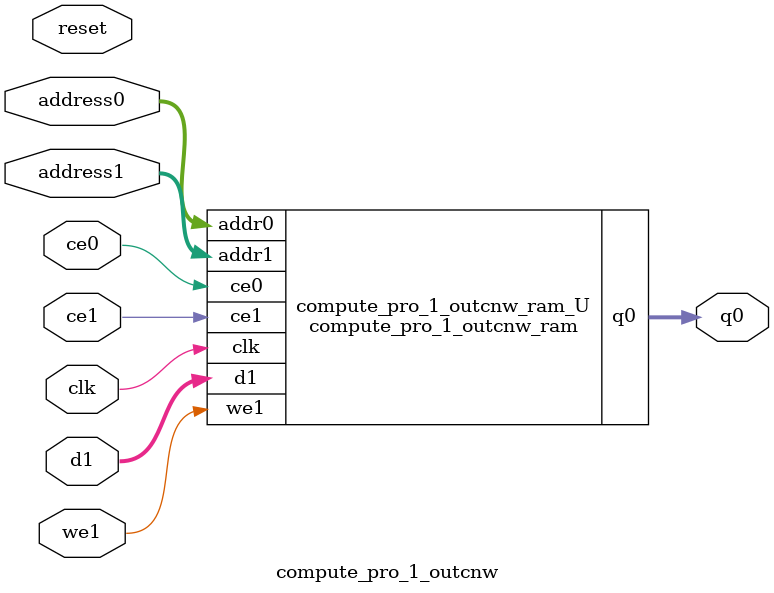
<source format=v>
`timescale 1 ns / 1 ps
module compute_pro_1_outcnw_ram (addr0, ce0, q0, addr1, ce1, d1, we1,  clk);

parameter DWIDTH = 16;
parameter AWIDTH = 2;
parameter MEM_SIZE = 4;

input[AWIDTH-1:0] addr0;
input ce0;
output reg[DWIDTH-1:0] q0;
input[AWIDTH-1:0] addr1;
input ce1;
input[DWIDTH-1:0] d1;
input we1;
input clk;

(* ram_style = "block" *)reg [DWIDTH-1:0] ram[0:MEM_SIZE-1];




always @(posedge clk)  
begin 
    if (ce0) 
    begin
        q0 <= ram[addr0];
    end
end


always @(posedge clk)  
begin 
    if (ce1) 
    begin
        if (we1) 
        begin 
            ram[addr1] <= d1; 
        end 
    end
end


endmodule

`timescale 1 ns / 1 ps
module compute_pro_1_outcnw(
    reset,
    clk,
    address0,
    ce0,
    q0,
    address1,
    ce1,
    we1,
    d1);

parameter DataWidth = 32'd16;
parameter AddressRange = 32'd4;
parameter AddressWidth = 32'd2;
input reset;
input clk;
input[AddressWidth - 1:0] address0;
input ce0;
output[DataWidth - 1:0] q0;
input[AddressWidth - 1:0] address1;
input ce1;
input we1;
input[DataWidth - 1:0] d1;



compute_pro_1_outcnw_ram compute_pro_1_outcnw_ram_U(
    .clk( clk ),
    .addr0( address0 ),
    .ce0( ce0 ),
    .q0( q0 ),
    .addr1( address1 ),
    .ce1( ce1 ),
    .we1( we1 ),
    .d1( d1 ));

endmodule


</source>
